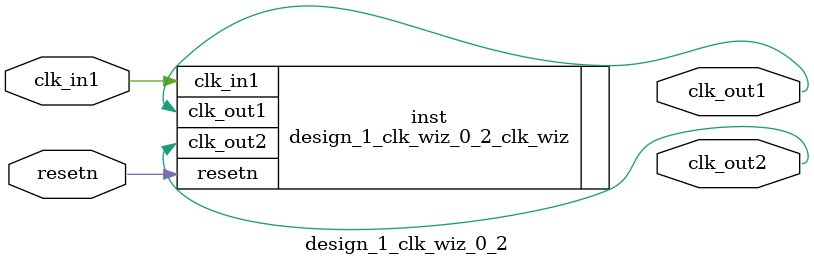
<source format=v>


`timescale 1ps/1ps

(* CORE_GENERATION_INFO = "design_1_clk_wiz_0_2,clk_wiz_v6_0_6_0_0,{component_name=design_1_clk_wiz_0_2,use_phase_alignment=true,use_min_o_jitter=false,use_max_i_jitter=false,use_dyn_phase_shift=false,use_inclk_switchover=false,use_dyn_reconfig=false,enable_axi=0,feedback_source=FDBK_AUTO,PRIMITIVE=MMCM,num_out_clk=2,clkin1_period=10.000,clkin2_period=10.000,use_power_down=false,use_reset=true,use_locked=false,use_inclk_stopped=false,feedback_type=SINGLE,CLOCK_MGR_TYPE=NA,manual_override=false}" *)

module design_1_clk_wiz_0_2 
 (
  // Clock out ports
  output        clk_out1,
  output        clk_out2,
  // Status and control signals
  input         resetn,
 // Clock in ports
  input         clk_in1
 );

  design_1_clk_wiz_0_2_clk_wiz inst
  (
  // Clock out ports  
  .clk_out1(clk_out1),
  .clk_out2(clk_out2),
  // Status and control signals               
  .resetn(resetn), 
 // Clock in ports
  .clk_in1(clk_in1)
  );

endmodule

</source>
